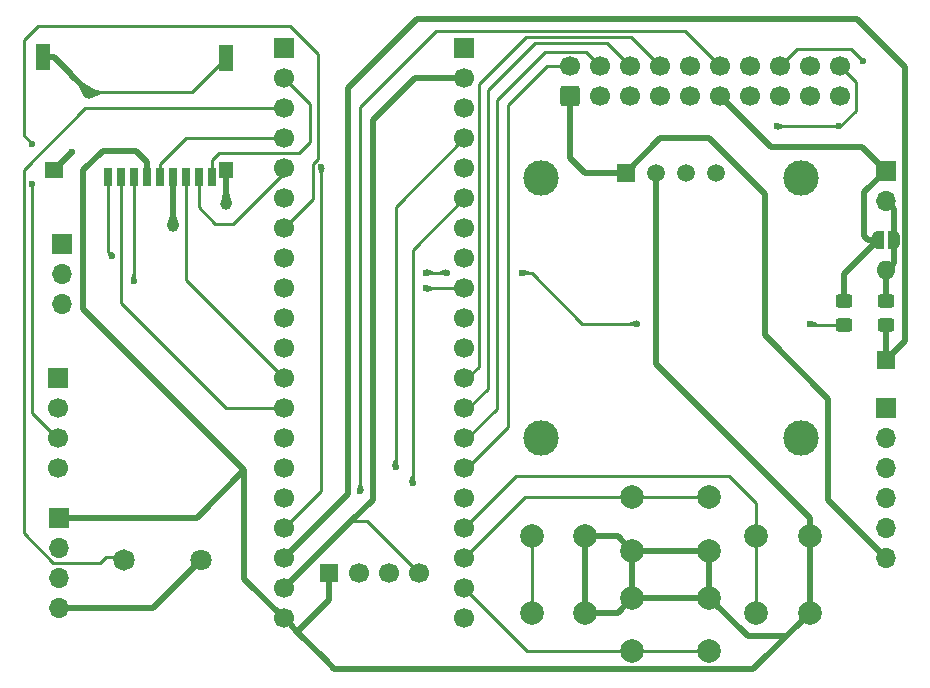
<source format=gbr>
%TF.GenerationSoftware,KiCad,Pcbnew,9.0.1*%
%TF.CreationDate,2025-05-19T08:35:17+02:00*%
%TF.ProjectId,sdiskII_stm32,73646973-6b49-4495-9f73-746d33322e6b,6*%
%TF.SameCoordinates,Original*%
%TF.FileFunction,Copper,L1,Top*%
%TF.FilePolarity,Positive*%
%FSLAX46Y46*%
G04 Gerber Fmt 4.6, Leading zero omitted, Abs format (unit mm)*
G04 Created by KiCad (PCBNEW 9.0.1) date 2025-05-19 08:35:17*
%MOMM*%
%LPD*%
G01*
G04 APERTURE LIST*
G04 Aperture macros list*
%AMRoundRect*
0 Rectangle with rounded corners*
0 $1 Rounding radius*
0 $2 $3 $4 $5 $6 $7 $8 $9 X,Y pos of 4 corners*
0 Add a 4 corners polygon primitive as box body*
4,1,4,$2,$3,$4,$5,$6,$7,$8,$9,$2,$3,0*
0 Add four circle primitives for the rounded corners*
1,1,$1+$1,$2,$3*
1,1,$1+$1,$4,$5*
1,1,$1+$1,$6,$7*
1,1,$1+$1,$8,$9*
0 Add four rect primitives between the rounded corners*
20,1,$1+$1,$2,$3,$4,$5,0*
20,1,$1+$1,$4,$5,$6,$7,0*
20,1,$1+$1,$6,$7,$8,$9,0*
20,1,$1+$1,$8,$9,$2,$3,0*%
%AMFreePoly0*
4,1,23,0.500000,-0.750000,0.000000,-0.750000,0.000000,-0.745722,-0.065263,-0.745722,-0.191342,-0.711940,-0.304381,-0.646677,-0.396677,-0.554381,-0.461940,-0.441342,-0.495722,-0.315263,-0.495722,-0.250000,-0.500000,-0.250000,-0.500000,0.250000,-0.495722,0.250000,-0.495722,0.315263,-0.461940,0.441342,-0.396677,0.554381,-0.304381,0.646677,-0.191342,0.711940,-0.065263,0.745722,0.000000,0.745722,
0.000000,0.750000,0.500000,0.750000,0.500000,-0.750000,0.500000,-0.750000,$1*%
%AMFreePoly1*
4,1,23,0.000000,0.745722,0.065263,0.745722,0.191342,0.711940,0.304381,0.646677,0.396677,0.554381,0.461940,0.441342,0.495722,0.315263,0.495722,0.250000,0.500000,0.250000,0.500000,-0.250000,0.495722,-0.250000,0.495722,-0.315263,0.461940,-0.441342,0.396677,-0.554381,0.304381,-0.646677,0.191342,-0.711940,0.065263,-0.745722,0.000000,-0.745722,0.000000,-0.750000,-0.500000,-0.750000,
-0.500000,0.750000,0.000000,0.750000,0.000000,0.745722,0.000000,0.745722,$1*%
G04 Aperture macros list end*
%TA.AperFunction,SMDPad,CuDef*%
%ADD10RoundRect,0.250000X0.450000X-0.325000X0.450000X0.325000X-0.450000X0.325000X-0.450000X-0.325000X0*%
%TD*%
%TA.AperFunction,ComponentPad*%
%ADD11C,1.700000*%
%TD*%
%TA.AperFunction,ComponentPad*%
%ADD12R,1.524000X1.524000*%
%TD*%
%TA.AperFunction,ComponentPad*%
%ADD13R,1.700000X1.700000*%
%TD*%
%TA.AperFunction,ComponentPad*%
%ADD14RoundRect,0.250000X0.600000X-0.600000X0.600000X0.600000X-0.600000X0.600000X-0.600000X-0.600000X0*%
%TD*%
%TA.AperFunction,ComponentPad*%
%ADD15R,1.600000X1.600000*%
%TD*%
%TA.AperFunction,ComponentPad*%
%ADD16O,1.600000X1.600000*%
%TD*%
%TA.AperFunction,ComponentPad*%
%ADD17O,1.700000X1.700000*%
%TD*%
%TA.AperFunction,ComponentPad*%
%ADD18C,2.000000*%
%TD*%
%TA.AperFunction,ComponentPad*%
%ADD19C,1.824000*%
%TD*%
%TA.AperFunction,ComponentPad*%
%ADD20C,1.800000*%
%TD*%
%TA.AperFunction,SMDPad,CuDef*%
%ADD21FreePoly0,180.000000*%
%TD*%
%TA.AperFunction,SMDPad,CuDef*%
%ADD22FreePoly1,180.000000*%
%TD*%
%TA.AperFunction,ComponentPad*%
%ADD23R,1.508000X1.508000*%
%TD*%
%TA.AperFunction,ComponentPad*%
%ADD24C,1.508000*%
%TD*%
%TA.AperFunction,ComponentPad*%
%ADD25C,3.000000*%
%TD*%
%TA.AperFunction,SMDPad,CuDef*%
%ADD26R,1.600000X1.400000*%
%TD*%
%TA.AperFunction,SMDPad,CuDef*%
%ADD27R,1.200000X2.200000*%
%TD*%
%TA.AperFunction,SMDPad,CuDef*%
%ADD28R,0.700000X1.600000*%
%TD*%
%TA.AperFunction,SMDPad,CuDef*%
%ADD29R,1.200000X1.400000*%
%TD*%
%TA.AperFunction,ViaPad*%
%ADD30C,0.600000*%
%TD*%
%TA.AperFunction,ViaPad*%
%ADD31C,1.000000*%
%TD*%
%TA.AperFunction,Conductor*%
%ADD32C,0.250000*%
%TD*%
%TA.AperFunction,Conductor*%
%ADD33C,0.500000*%
%TD*%
G04 APERTURE END LIST*
D10*
%TO.P,D3,1,K*%
%TO.N,A2PWR*%
X201470000Y-111830000D03*
%TO.P,D3,2,A*%
%TO.N,VCC*%
X201470000Y-109780000D03*
%TD*%
%TO.P,D2,1,K*%
%TO.N,PWR_IN*%
X205000000Y-111840000D03*
%TO.P,D2,2,A*%
%TO.N,PWR_RD*%
X205000000Y-109790000D03*
%TD*%
D11*
%TO.P,\u03BCC1,44,GND*%
%TO.N,GND*%
X165480000Y-132890000D03*
%TO.P,\u03BCC1,43,SCK*%
%TO.N,SCK*%
X162940000Y-132890000D03*
%TO.P,\u03BCC1,42,SDIO*%
%TO.N,SDIO*%
X160400000Y-132890000D03*
D12*
%TO.P,\u03BCC1,41,3.3V*%
%TO.N,+3.3V*%
X157860000Y-132890000D03*
D13*
%TO.P,\u03BCC1,40,5Vii*%
%TO.N,unconnected-(\u03BCC1-5Vii-Pad40)*%
X169290000Y-88440000D03*
D11*
%TO.P,\u03BCC1,39,GNDii*%
%TO.N,GND*%
X169290000Y-90980000D03*
%TO.P,\u03BCC1,38,3.3ii*%
%TO.N,unconnected-(\u03BCC1-3.3ii-Pad38)*%
X169290000Y-93520000D03*
%TO.P,\u03BCC1,37,B10*%
%TO.N,TIM2_CH3*%
X169290000Y-96060000D03*
%TO.P,\u03BCC1,36,B2*%
%TO.N,WR_PROTECT*%
X169290000Y-98600000D03*
%TO.P,\u03BCC1,35,B1*%
%TO.N,TIM3_CH4*%
X169290000Y-101140000D03*
%TO.P,\u03BCC1,34,B0*%
%TO.N,RD_DATA*%
X169290000Y-103680000D03*
%TO.P,\u03BCC1,33,A7*%
%TO.N,WR_DATA*%
X169290000Y-106220000D03*
%TO.P,\u03BCC1,32,A6*%
%TO.N,SDIO_CMD*%
X169290000Y-108760000D03*
%TO.P,\u03BCC1,31,A5*%
%TO.N,WR_DATA*%
X169290000Y-111300000D03*
%TO.P,\u03BCC1,30,A4*%
%TO.N,DEVICE_ENABLE*%
X169290000Y-113840000D03*
%TO.P,\u03BCC1,29,A3*%
%TO.N,STEP3*%
X169290000Y-116380000D03*
%TO.P,\u03BCC1,28,A2*%
%TO.N,STEP2*%
X169290000Y-118920000D03*
%TO.P,\u03BCC1,27,A1*%
%TO.N,STEP1*%
X169290000Y-121460000D03*
%TO.P,\u03BCC1,26,A0*%
%TO.N,STEP0*%
X169290000Y-124000000D03*
%TO.P,\u03BCC1,25,R*%
%TO.N,unconnected-(\u03BCC1-R-Pad25)*%
X169290000Y-126540000D03*
%TO.P,\u03BCC1,24,C15*%
%TO.N,BTN_ENTR*%
X169290000Y-129080000D03*
%TO.P,\u03BCC1,23,C14*%
%TO.N,BTN_UP*%
X169290000Y-131620000D03*
%TO.P,\u03BCC1,22,C13*%
%TO.N,BTN_DOWN*%
X169290000Y-134160000D03*
%TO.P,\u03BCC1,21,VB*%
%TO.N,unconnected-(\u03BCC1-VB-Pad21)*%
X169290000Y-136700000D03*
%TO.P,\u03BCC1,20,3.3i*%
%TO.N,+3.3V*%
X154050000Y-136700000D03*
%TO.P,\u03BCC1,19,GNDi*%
%TO.N,GND*%
X154050000Y-134160000D03*
%TO.P,\u03BCC1,18,5Vi*%
%TO.N,PWR_IN*%
X154050000Y-131620000D03*
%TO.P,\u03BCC1,17,B9*%
%TO.N,WR_REQ*%
X154050000Y-129080000D03*
%TO.P,\u03BCC1,16,B8*%
%TO.N,SELECT*%
X154050000Y-126540000D03*
%TO.P,\u03BCC1,15,B7*%
%TO.N,I2C_SDA*%
X154050000Y-124000000D03*
%TO.P,\u03BCC1,14,B6*%
%TO.N,I2C_SCL*%
X154050000Y-121460000D03*
%TO.P,\u03BCC1,13,B5*%
%TO.N,SDIO_D3*%
X154050000Y-118920000D03*
%TO.P,\u03BCC1,12,B4*%
%TO.N,SDIO_DO*%
X154050000Y-116380000D03*
%TO.P,\u03BCC1,11,B3*%
%TO.N,USART1_RX*%
X154050000Y-113840000D03*
%TO.P,\u03BCC1,10,A15*%
%TO.N,USART1_TX*%
X154050000Y-111300000D03*
%TO.P,\u03BCC1,9,A12*%
%TO.N,A2PWR*%
X154050000Y-108760000D03*
%TO.P,\u03BCC1,8,A11*%
%TO.N,3.5DSK*%
X154050000Y-106220000D03*
%TO.P,\u03BCC1,7,A10*%
%TO.N,DEBUG*%
X154050000Y-103680000D03*
%TO.P,\u03BCC1,6,A9*%
%TO.N,SDIO_D2*%
X154050000Y-101140000D03*
%TO.P,\u03BCC1,5,A8*%
%TO.N,SDIO_D1*%
X154050000Y-98600000D03*
%TO.P,\u03BCC1,4,B15*%
%TO.N,SDIO_CK*%
X154050000Y-96060000D03*
%TO.P,\u03BCC1,3,B14*%
%TO.N,TIM1_CH2N*%
X154050000Y-93520000D03*
%TO.P,\u03BCC1,2,B13*%
%TO.N,SD_EJECT*%
X154050000Y-90980000D03*
D13*
%TO.P,\u03BCC1,1,B12*%
%TO.N,BTN_RET*%
X154050000Y-88440000D03*
%TD*%
D14*
%TO.P,J2,1,Pin_1*%
%TO.N,GND*%
X178290000Y-92490000D03*
D11*
%TO.P,J2,2,Pin_2*%
%TO.N,STEP0*%
X178290000Y-89950000D03*
%TO.P,J2,3,Pin_3*%
%TO.N,GND*%
X180830000Y-92490000D03*
%TO.P,J2,4,Pin_4*%
%TO.N,STEP1*%
X180830000Y-89950000D03*
%TO.P,J2,5,Pin_5*%
%TO.N,GND*%
X183370000Y-92490000D03*
%TO.P,J2,6,Pin_6*%
%TO.N,STEP2*%
X183370000Y-89950000D03*
%TO.P,J2,7,Pin_7*%
%TO.N,3.5DSK_D*%
X185910000Y-92490000D03*
%TO.P,J2,8,Pin_8*%
%TO.N,STEP3*%
X185910000Y-89950000D03*
%TO.P,J2,9,Pin_9*%
%TO.N,unconnected-(J2-Pin_9-Pad9)*%
X188450000Y-92490000D03*
%TO.P,J2,10,Pin_10*%
%TO.N,WR_REQ*%
X188450000Y-89950000D03*
%TO.P,J2,11,Pin_11*%
%TO.N,VCC*%
X190990000Y-92490000D03*
%TO.P,J2,12,Pin_12*%
%TO.N,SELECT_D*%
X190990000Y-89950000D03*
%TO.P,J2,13,Pin_13*%
%TO.N,unconnected-(J2-Pin_13-Pad13)*%
X193530000Y-92490000D03*
%TO.P,J2,14,Pin_14*%
%TO.N,DEVICE_ENABLE*%
X193530000Y-89950000D03*
%TO.P,J2,15,Pin_15*%
%TO.N,unconnected-(J2-Pin_15-Pad15)*%
X196070000Y-92490000D03*
%TO.P,J2,16,Pin_16*%
%TO.N,RD_DATA*%
X196070000Y-89950000D03*
%TO.P,J2,17,Pin_17*%
%TO.N,unconnected-(J2-Pin_17-Pad17)*%
X198610000Y-92490000D03*
%TO.P,J2,18,Pin_18*%
%TO.N,WR_DATA*%
X198610000Y-89950000D03*
%TO.P,J2,19,Pin_19*%
%TO.N,unconnected-(J2-Pin_19-Pad19)*%
X201150000Y-92490000D03*
%TO.P,J2,20,Pin_20*%
%TO.N,WR_PROTECT*%
X201150000Y-89950000D03*
%TD*%
D15*
%TO.P,D1,1,K*%
%TO.N,PWR_IN*%
X205000000Y-114840000D03*
D16*
%TO.P,D1,2,A*%
%TO.N,PWR_RD*%
X205000000Y-107220000D03*
%TD*%
D13*
%TO.P,J5,1,Pin_1*%
%TO.N,TIM2_CH3*%
X134880000Y-116370000D03*
D11*
%TO.P,J5,2,Pin_2*%
%TO.N,TIM3_CH4*%
X134880000Y-118910000D03*
%TO.P,J5,3,Pin_3*%
%TO.N,DEBUG*%
X134880000Y-121450000D03*
%TO.P,J5,4,Pin_4*%
%TO.N,GND*%
X134880000Y-123990000D03*
%TD*%
D13*
%TO.P,J3,1,Pin_1*%
%TO.N,RD_DATA*%
X205030000Y-118910000D03*
D17*
%TO.P,J3,2,Pin_2*%
%TO.N,WR_REQ*%
X205030000Y-121450000D03*
%TO.P,J3,3,Pin_3*%
%TO.N,DEVICE_ENABLE*%
X205030000Y-123990000D03*
%TO.P,J3,4,Pin_4*%
%TO.N,WR_PROTECT*%
X205030000Y-126530000D03*
%TO.P,J3,5,Pin_5*%
%TO.N,WR_DATA*%
X205030000Y-129070000D03*
%TO.P,J3,6,Pin_6*%
%TO.N,GND*%
X205030000Y-131610000D03*
%TD*%
D18*
%TO.P,UP1,1,1*%
%TO.N,+3.3V*%
X190040000Y-130950000D03*
X183540000Y-130950000D03*
%TO.P,UP1,2,2*%
%TO.N,BTN_UP*%
X190040000Y-126450000D03*
X183540000Y-126450000D03*
%TD*%
D19*
%TO.P,BZ1,1,+*%
%TO.N,TIM1_CH2N*%
X140500000Y-131750000D03*
D20*
%TO.P,BZ1,2,-*%
%TO.N,GND*%
X147000000Y-131750000D03*
%TD*%
D13*
%TO.P,J4,1,Pin_1*%
%TO.N,USART1_TX*%
X135240000Y-104975000D03*
D17*
%TO.P,J4,2,Pin_2*%
%TO.N,USART1_RX*%
X135240000Y-107515000D03*
%TO.P,J4,3,Pin_3*%
%TO.N,GND*%
X135240000Y-110055000D03*
%TD*%
D21*
%TO.P,JP1,1,A*%
%TO.N,PWR_RD*%
X205650000Y-104680000D03*
D22*
%TO.P,JP1,2,B*%
%TO.N,VCC*%
X204350000Y-104680000D03*
%TD*%
D13*
%TO.P,J1,1,Pin_1*%
%TO.N,VCC*%
X205000000Y-98810000D03*
D17*
%TO.P,J1,2,Pin_2*%
%TO.N,PWR_RD*%
X205000000Y-101350000D03*
%TD*%
D18*
%TO.P,ENTR1,1,1*%
%TO.N,+3.3V*%
X198540000Y-129700000D03*
X198540000Y-136200000D03*
%TO.P,ENTR1,2,2*%
%TO.N,BTN_ENTR*%
X194040000Y-129700000D03*
X194040000Y-136200000D03*
%TD*%
D13*
%TO.P,J6,1,Pin_1*%
%TO.N,+3.3V*%
X135000000Y-128180000D03*
D17*
%TO.P,J6,2,Pin_2*%
%TO.N,SDIO*%
X135000000Y-130720000D03*
%TO.P,J6,3,Pin_3*%
%TO.N,SCK*%
X135000000Y-133260000D03*
%TO.P,J6,4,Pin_4*%
%TO.N,GND*%
X135000000Y-135800000D03*
%TD*%
D23*
%TO.P,U8,1,GND*%
%TO.N,GND*%
X182980000Y-98950000D03*
D24*
%TO.P,U8,2,VCC_IN*%
%TO.N,+3.3V*%
X185520000Y-98950000D03*
%TO.P,U8,3,SCL*%
%TO.N,I2C_SCL*%
X188060000Y-98950000D03*
%TO.P,U8,4,SDA*%
%TO.N,I2C_SDA*%
X190600000Y-98950000D03*
D25*
%TO.P,U8,S1*%
%TO.N,N/C*%
X175790000Y-99450000D03*
%TO.P,U8,S2*%
X197790000Y-99450000D03*
%TO.P,U8,S3*%
X197790000Y-121450000D03*
%TO.P,U8,S4*%
X175790000Y-121450000D03*
%TD*%
D26*
%TO.P,U2,*%
%TO.N,*%
X134540000Y-98750000D03*
D27*
X149140000Y-89250000D03*
D28*
%TO.P,U2,1,D2*%
%TO.N,SDIO_D2*%
X139140000Y-99350000D03*
%TO.P,U2,2,D3*%
%TO.N,SDIO_D3*%
X140240000Y-99350000D03*
%TO.P,U2,3,CMD*%
%TO.N,SDIO_CMD*%
X141340000Y-99350000D03*
%TO.P,U2,4,VDD*%
%TO.N,+3.3V*%
X142440000Y-99350000D03*
%TO.P,U2,5,SCLK*%
%TO.N,SDIO_CK*%
X143540000Y-99350000D03*
%TO.P,U2,6,GND*%
%TO.N,GND*%
X144640000Y-99350000D03*
%TO.P,U2,7,DO*%
%TO.N,SDIO_DO*%
X145740000Y-99350000D03*
%TO.P,U2,8,D1*%
%TO.N,SDIO_D1*%
X146840000Y-99350000D03*
%TO.P,U2,9,CD*%
%TO.N,SD_EJECT*%
X147940000Y-99350000D03*
D29*
%TO.P,U2,10,GND*%
%TO.N,GND*%
X149140000Y-98750000D03*
D27*
%TO.P,U2,~*%
%TO.N,N/C*%
X133640000Y-89150000D03*
%TD*%
D18*
%TO.P,RET1,1,1*%
%TO.N,+3.3V*%
X179540000Y-129700000D03*
X179540000Y-136200000D03*
%TO.P,RET1,2,2*%
%TO.N,BTN_RET*%
X175040000Y-129700000D03*
X175040000Y-136200000D03*
%TD*%
%TO.P,DOWN1,1,1*%
%TO.N,+3.3V*%
X183540000Y-134950000D03*
X190040000Y-134950000D03*
%TO.P,DOWN1,2,2*%
%TO.N,BTN_DOWN*%
X183540000Y-139450000D03*
X190040000Y-139450000D03*
%TD*%
D30*
%TO.N,A2PWR*%
X198600000Y-111730000D03*
X183970000Y-111730000D03*
X174174000Y-107446000D03*
X167840000Y-107440000D03*
X166040000Y-107440000D03*
D31*
%TO.N,GND*%
X149170000Y-101600000D03*
D30*
X136090000Y-97200000D03*
D31*
X144640000Y-103500000D03*
X137540000Y-92250000D03*
D30*
%TO.N,WR_REQ*%
X157190000Y-98500000D03*
%TO.N,WR_PROTECT*%
X201000000Y-95025000D03*
X195750000Y-95025000D03*
%TO.N,RD_DATA*%
X203050000Y-89500000D03*
%TO.N,SDIO_CMD*%
X141340000Y-108100000D03*
X166040000Y-108760000D03*
%TO.N,SDIO_D2*%
X139490000Y-106050000D03*
%TO.N,DEBUG*%
X132750000Y-99900000D03*
X132750000Y-96500000D03*
%TO.N,TIM3_CH4*%
X164940000Y-125250000D03*
%TO.N,SELECT_D*%
X160500000Y-125925000D03*
%TO.N,TIM2_CH3*%
X163490000Y-123900000D03*
%TD*%
D32*
%TO.N,A2PWR*%
X198700000Y-111830000D02*
X201470000Y-111830000D01*
X198600000Y-111730000D02*
X198700000Y-111830000D01*
X174174000Y-107446000D02*
X175026000Y-107446000D01*
X179310000Y-111730000D02*
X183970000Y-111730000D01*
X175026000Y-107446000D02*
X179310000Y-111730000D01*
X167840000Y-107440000D02*
X166040000Y-107440000D01*
D33*
%TO.N,VCC*%
X204350000Y-104680000D02*
X201470000Y-107560000D01*
X201470000Y-107560000D02*
X201470000Y-109780000D01*
%TO.N,GND*%
X190020000Y-96020000D02*
X194730000Y-100730000D01*
X185910000Y-96020000D02*
X190020000Y-96020000D01*
X194730000Y-100730000D02*
X194730000Y-112730000D01*
X194730000Y-112730000D02*
X200090000Y-118090000D01*
X182980000Y-98950000D02*
X185910000Y-96020000D01*
X200090000Y-118090000D02*
X200090000Y-126670000D01*
X200090000Y-126670000D02*
X205030000Y-131610000D01*
X149170000Y-101600000D02*
X149170000Y-98780000D01*
X149170000Y-98780000D02*
X149140000Y-98750000D01*
%TO.N,PWR_IN*%
X205000000Y-114840000D02*
X205000000Y-111840000D01*
%TO.N,GND*%
X165126341Y-90960000D02*
X169270000Y-90960000D01*
X161540000Y-126670000D02*
X161540000Y-94526341D01*
X159725000Y-128485000D02*
X161540000Y-126670000D01*
X161540000Y-94526341D02*
X165116341Y-90950000D01*
X169270000Y-90960000D02*
X169290000Y-90980000D01*
X165116341Y-90950000D02*
X165126341Y-90960000D01*
%TO.N,PWR_RD*%
X205000000Y-107220000D02*
X205000000Y-109630000D01*
%TO.N,GND*%
X178300000Y-97100000D02*
X178290000Y-97090000D01*
D32*
X161075000Y-128485000D02*
X159725000Y-128485000D01*
D33*
X136040000Y-90650000D02*
X136040000Y-90640000D01*
D32*
X137540000Y-92250000D02*
X137540000Y-92150000D01*
D33*
X179550000Y-98950000D02*
X178300000Y-97700000D01*
X159725000Y-128485000D02*
X154050000Y-134160000D01*
X182980000Y-98950000D02*
X179550000Y-98950000D01*
D32*
X146240000Y-92150000D02*
X149140000Y-89250000D01*
D33*
X178300000Y-97700000D02*
X178300000Y-97100000D01*
X178290000Y-97090000D02*
X178290000Y-92490000D01*
X136090000Y-97200000D02*
X134540000Y-98750000D01*
D32*
X137540000Y-92150000D02*
X146240000Y-92150000D01*
X165480000Y-132890000D02*
X161075000Y-128485000D01*
D33*
X168659000Y-90980000D02*
X168659000Y-90950000D01*
X137540000Y-92150000D02*
X136040000Y-90650000D01*
X144640000Y-103500000D02*
X144640000Y-99583884D01*
X135240000Y-135800000D02*
X142950000Y-135800000D01*
X134550000Y-89150000D02*
X133640000Y-89150000D01*
X142950000Y-135800000D02*
X147000000Y-131750000D01*
X136040000Y-90640000D02*
X134550000Y-89150000D01*
%TO.N,VCC*%
X203530000Y-104680000D02*
X204350000Y-104680000D01*
X202940000Y-96750000D02*
X205000000Y-98810000D01*
X205000000Y-98650000D02*
X204840000Y-98810000D01*
X205000000Y-98810000D02*
X203190000Y-100620000D01*
X203190000Y-104340000D02*
X203530000Y-104680000D01*
X203190000Y-100620000D02*
X203190000Y-104340000D01*
X195250000Y-96750000D02*
X202940000Y-96750000D01*
X190990000Y-92490000D02*
X195250000Y-96750000D01*
D32*
%TO.N,STEP2*%
X175290000Y-87950000D02*
X175040000Y-88200000D01*
X171290000Y-117250000D02*
X169620000Y-118920000D01*
X181370000Y-87950000D02*
X175290000Y-87950000D01*
X175040000Y-88200000D02*
X171290000Y-91950000D01*
X171290000Y-91950000D02*
X171290000Y-117250000D01*
X183370000Y-89950000D02*
X181370000Y-87950000D01*
%TO.N,WR_REQ*%
X157190000Y-125940000D02*
X154050000Y-129080000D01*
X157190000Y-98500000D02*
X157190000Y-125940000D01*
%TO.N,STEP3*%
X170540000Y-91450000D02*
X170540000Y-115415000D01*
X183410000Y-87450000D02*
X174540000Y-87450000D01*
X170540000Y-115415000D02*
X169575000Y-116380000D01*
X174540000Y-87450000D02*
X170540000Y-91450000D01*
X185910000Y-89950000D02*
X183410000Y-87450000D01*
%TO.N,STEP0*%
X173040000Y-93200000D02*
X173040000Y-120500000D01*
X176290000Y-89950000D02*
X173040000Y-93200000D01*
X173040000Y-120500000D02*
X169540000Y-124000000D01*
X178290000Y-89950000D02*
X176290000Y-89950000D01*
%TO.N,STEP1*%
X176165000Y-88700000D02*
X175865000Y-89000000D01*
X175865000Y-89000000D02*
X172040000Y-92825000D01*
X172040000Y-92825000D02*
X172040000Y-119000000D01*
X179580000Y-88700000D02*
X176165000Y-88700000D01*
X180830000Y-89950000D02*
X179580000Y-88700000D01*
X172040000Y-119000000D02*
X169580000Y-121460000D01*
%TO.N,WR_PROTECT*%
X202440000Y-93700000D02*
X202440000Y-91240000D01*
X202440000Y-91240000D02*
X201150000Y-89950000D01*
X201115000Y-95025000D02*
X202440000Y-93700000D01*
X195750000Y-95025000D02*
X201000000Y-95025000D01*
X201000000Y-95025000D02*
X201115000Y-95025000D01*
%TO.N,BTN_DOWN*%
X183540000Y-139450000D02*
X190040000Y-139450000D01*
X174580000Y-139450000D02*
X169290000Y-134160000D01*
X183540000Y-139450000D02*
X174580000Y-139450000D01*
%TO.N,BTN_ENTR*%
X191740213Y-124650213D02*
X173719787Y-124650213D01*
X173719787Y-124650213D02*
X169290000Y-129080000D01*
X194040000Y-126950000D02*
X191740213Y-124650213D01*
X194040000Y-129700000D02*
X194040000Y-136200000D01*
X194040000Y-129700000D02*
X194040000Y-126950000D01*
%TO.N,BTN_RET*%
X175040000Y-136200000D02*
X175040000Y-129700000D01*
%TO.N,BTN_UP*%
X190040000Y-126450000D02*
X183540000Y-126450000D01*
X183540000Y-126450000D02*
X174460000Y-126450000D01*
X174460000Y-126450000D02*
X169290000Y-131620000D01*
D33*
%TO.N,+3.3V*%
X190040000Y-134950000D02*
X190040000Y-130950000D01*
X183540000Y-130950000D02*
X182290000Y-129700000D01*
X185520000Y-115180000D02*
X198540000Y-128200000D01*
X150690000Y-124150000D02*
X137040000Y-110500000D01*
X190040000Y-130950000D02*
X183540000Y-130950000D01*
X137040000Y-110500000D02*
X137040000Y-98760000D01*
X138700000Y-97100000D02*
X141490000Y-97100000D01*
X157860000Y-132890000D02*
X157860000Y-135130000D01*
X155170000Y-137820000D02*
X154602250Y-137252250D01*
X185520000Y-98950000D02*
X185520000Y-115180000D01*
X137040000Y-98760000D02*
X138700000Y-97100000D01*
X142440000Y-98050000D02*
X142440000Y-99350000D01*
X198540000Y-136200000D02*
X193790000Y-140950000D01*
X157860000Y-135130000D02*
X155170000Y-137820000D01*
X183540000Y-134950000D02*
X190040000Y-134950000D01*
X179540000Y-136200000D02*
X179540000Y-129700000D01*
X157590000Y-140240000D02*
X155170000Y-137820000D01*
X135190000Y-128180000D02*
X146660000Y-128180000D01*
X196540000Y-138200000D02*
X193290000Y-138200000D01*
X198540000Y-129700000D02*
X198540000Y-136200000D01*
X182290000Y-136200000D02*
X183540000Y-134950000D01*
X179540000Y-136200000D02*
X182290000Y-136200000D01*
X158300000Y-140950000D02*
X157590000Y-140240000D01*
X146660000Y-128180000D02*
X150690000Y-124150000D01*
X141490000Y-97100000D02*
X142440000Y-98050000D01*
X150690000Y-133340000D02*
X154050000Y-136700000D01*
X182290000Y-129700000D02*
X179540000Y-129700000D01*
X150690000Y-124150000D02*
X150690000Y-133340000D01*
X193790000Y-140950000D02*
X158300000Y-140950000D01*
X193290000Y-138200000D02*
X190040000Y-134950000D01*
X198540000Y-128200000D02*
X198540000Y-129700000D01*
X183540000Y-134950000D02*
X183540000Y-130950000D01*
D32*
%TO.N,RD_DATA*%
X202050000Y-88500000D02*
X197520000Y-88500000D01*
X203050000Y-89500000D02*
X202050000Y-88500000D01*
X197520000Y-88500000D02*
X196070000Y-89950000D01*
%TO.N,SDIO_DO*%
X154050000Y-116380000D02*
X145740000Y-108070000D01*
X145740000Y-108070000D02*
X145740000Y-99350000D01*
%TO.N,SD_EJECT*%
X148515000Y-97285000D02*
X147940000Y-97860000D01*
X148515000Y-97285000D02*
X155305000Y-97285000D01*
X147940000Y-97860000D02*
X147940000Y-99350000D01*
X156240000Y-93170000D02*
X154050000Y-90980000D01*
X156240000Y-96350000D02*
X156240000Y-93170000D01*
X155305000Y-97285000D02*
X156240000Y-96350000D01*
%TO.N,SDIO_CK*%
X143540000Y-98260000D02*
X145740000Y-96060000D01*
X143540000Y-98260000D02*
X143540000Y-99350000D01*
X145740000Y-96060000D02*
X154050000Y-96060000D01*
%TO.N,SDIO_D1*%
X148240000Y-103300000D02*
X146840000Y-101900000D01*
X146840000Y-101900000D02*
X146840000Y-99350000D01*
X154050000Y-98990000D02*
X149740000Y-103300000D01*
X149740000Y-103300000D02*
X148240000Y-103300000D01*
X154050000Y-98600000D02*
X154050000Y-98990000D01*
D33*
%TO.N,PWR_IN*%
X165290000Y-85950000D02*
X202540000Y-85950000D01*
X154050000Y-131620000D02*
X154050000Y-131590000D01*
X159450000Y-126190000D02*
X159450000Y-91790000D01*
X206656000Y-113184000D02*
X205000000Y-114840000D01*
X159450000Y-91790000D02*
X165290000Y-85950000D01*
X154050000Y-131590000D02*
X159450000Y-126190000D01*
X206656000Y-100126000D02*
X206656000Y-113184000D01*
X206640000Y-90050000D02*
X206640000Y-100110000D01*
X206640000Y-100110000D02*
X206656000Y-100126000D01*
X202540000Y-85950000D02*
X206640000Y-90050000D01*
D32*
%TO.N,SDIO_CMD*%
X141340000Y-108100000D02*
X141340000Y-99350000D01*
X169290000Y-108760000D02*
X166040000Y-108760000D01*
%TO.N,SDIO_D2*%
X139490000Y-106050000D02*
X139140000Y-105700000D01*
X139140000Y-105700000D02*
X139140000Y-99350000D01*
%TO.N,SDIO_D3*%
X140240000Y-110000000D02*
X140240000Y-99350000D01*
X154050000Y-118920000D02*
X149160000Y-118920000D01*
X149160000Y-118920000D02*
X140240000Y-110000000D01*
%TO.N,DEBUG*%
X133250000Y-86500000D02*
X132000000Y-87750000D01*
X154050000Y-103680000D02*
X156515000Y-101215000D01*
X156910405Y-97825000D02*
X156910405Y-88884288D01*
X132750000Y-99900000D02*
X132750000Y-119330000D01*
X156910405Y-88884288D02*
X154526117Y-86500000D01*
X132000000Y-87750000D02*
X132000000Y-95750000D01*
X156515000Y-101215000D02*
X156515000Y-98220405D01*
X154526117Y-86500000D02*
X133250000Y-86500000D01*
X156515000Y-98220405D02*
X156910405Y-97825000D01*
X132000000Y-95750000D02*
X132750000Y-96500000D01*
X132750000Y-119330000D02*
X135000000Y-121580000D01*
%TO.N,TIM3_CH4*%
X164940000Y-105490000D02*
X164940000Y-125250000D01*
X169290000Y-101140000D02*
X164940000Y-105490000D01*
%TO.N,SELECT_D*%
X160500000Y-93400000D02*
X166950000Y-86950000D01*
X160500000Y-125925000D02*
X160500000Y-93400000D01*
X166950000Y-86950000D02*
X187990000Y-86950000D01*
X160500000Y-125925000D02*
X160375000Y-125800000D01*
%TO.N,TIM1_CH2N*%
X132000000Y-129500000D02*
X134500000Y-132000000D01*
X139000000Y-131500000D02*
X140500000Y-131500000D01*
X154050000Y-93520000D02*
X137230000Y-93520000D01*
X138500000Y-132000000D02*
X139000000Y-131500000D01*
X137230000Y-93520000D02*
X132000000Y-98750000D01*
X134500000Y-132000000D02*
X138500000Y-132000000D01*
X132000000Y-98750000D02*
X132000000Y-129500000D01*
%TO.N,TIM2_CH3*%
X163490000Y-101860000D02*
X163490000Y-123900000D01*
X169290000Y-96060000D02*
X163490000Y-101860000D01*
D33*
%TO.N,PWR_RD*%
X205650000Y-104680000D02*
X205650000Y-102000000D01*
X205400000Y-101350000D02*
X204840000Y-101350000D01*
X205650000Y-102000000D02*
X205000000Y-101350000D01*
X205650000Y-104680000D02*
X205650000Y-106570000D01*
X205650000Y-106570000D02*
X205000000Y-107220000D01*
D32*
%TO.N,SELECT_D*%
X187990000Y-86950000D02*
X190990000Y-89950000D01*
%TD*%
%TA.AperFunction,Conductor*%
%TO.N,GND*%
G36*
X144889306Y-102513034D02*
G01*
X144892331Y-102518265D01*
X145127147Y-103390401D01*
X145125989Y-103399281D01*
X145118891Y-103404741D01*
X145118154Y-103404914D01*
X144642305Y-103500536D01*
X144637695Y-103500536D01*
X144161845Y-103404914D01*
X144154409Y-103399924D01*
X144152679Y-103391138D01*
X144152852Y-103390401D01*
X144387669Y-102518265D01*
X144393129Y-102511167D01*
X144398967Y-102509607D01*
X144881033Y-102509607D01*
X144889306Y-102513034D01*
G37*
%TD.AperFunction*%
%TD*%
%TA.AperFunction,Conductor*%
%TO.N,WR_REQ*%
G36*
X157471479Y-98555946D02*
G01*
X157478907Y-98560945D01*
X157480626Y-98569733D01*
X157480315Y-98570937D01*
X157317583Y-99086060D01*
X157311823Y-99092917D01*
X157306426Y-99094236D01*
X157073574Y-99094236D01*
X157065301Y-99090809D01*
X157062417Y-99086060D01*
X156899684Y-98570937D01*
X156900460Y-98562016D01*
X156907317Y-98556256D01*
X156908500Y-98555950D01*
X157187682Y-98499469D01*
X157192318Y-98499469D01*
X157471479Y-98555946D01*
G37*
%TD.AperFunction*%
%TD*%
%TA.AperFunction,Conductor*%
%TO.N,WR_PROTECT*%
G36*
X195820929Y-94734681D02*
G01*
X196336060Y-94897417D01*
X196342917Y-94903177D01*
X196344236Y-94908574D01*
X196344236Y-95141425D01*
X196340809Y-95149698D01*
X196336060Y-95152582D01*
X195820937Y-95315315D01*
X195812016Y-95314539D01*
X195806256Y-95307682D01*
X195805949Y-95306494D01*
X195749469Y-95027318D01*
X195749469Y-95022680D01*
X195772554Y-94908574D01*
X195805946Y-94743518D01*
X195810945Y-94736092D01*
X195819733Y-94734373D01*
X195820929Y-94734681D01*
G37*
%TD.AperFunction*%
%TD*%
%TA.AperFunction,Conductor*%
%TO.N,SDIO_CMD*%
G36*
X141464699Y-107509191D02*
G01*
X141467583Y-107513940D01*
X141630315Y-108029062D01*
X141629539Y-108037983D01*
X141622682Y-108043743D01*
X141621478Y-108044054D01*
X141342320Y-108100530D01*
X141337680Y-108100530D01*
X141104553Y-108053366D01*
X141058520Y-108044053D01*
X141051092Y-108039054D01*
X141049373Y-108030266D01*
X141049680Y-108029075D01*
X141212417Y-107513939D01*
X141218177Y-107507083D01*
X141223574Y-107505764D01*
X141456426Y-107505764D01*
X141464699Y-107509191D01*
G37*
%TD.AperFunction*%
%TD*%
%TA.AperFunction,Conductor*%
%TO.N,SDIO_CMD*%
G36*
X166110929Y-108469681D02*
G01*
X166626060Y-108632417D01*
X166632917Y-108638177D01*
X166634236Y-108643574D01*
X166634236Y-108876425D01*
X166630809Y-108884698D01*
X166626060Y-108887582D01*
X166110937Y-109050315D01*
X166102016Y-109049539D01*
X166096256Y-109042682D01*
X166095949Y-109041494D01*
X166039469Y-108762318D01*
X166039469Y-108757680D01*
X166062554Y-108643574D01*
X166095946Y-108478518D01*
X166100945Y-108471092D01*
X166109733Y-108469373D01*
X166110929Y-108469681D01*
G37*
%TD.AperFunction*%
%TD*%
%TA.AperFunction,Conductor*%
%TO.N,SDIO_D2*%
G36*
X139267505Y-105602017D02*
G01*
X139644970Y-105794589D01*
X139650782Y-105801401D01*
X139650075Y-105810328D01*
X139649393Y-105811493D01*
X139492704Y-106046935D01*
X139485268Y-106051924D01*
X139485209Y-106051936D01*
X139205651Y-106106593D01*
X139196874Y-106104817D01*
X139192385Y-106099035D01*
X139020562Y-105616363D01*
X139021015Y-105607419D01*
X139027660Y-105601417D01*
X139031584Y-105600739D01*
X139262188Y-105600739D01*
X139267505Y-105602017D01*
G37*
%TD.AperFunction*%
%TD*%
%TA.AperFunction,Conductor*%
%TO.N,TIM3_CH4*%
G36*
X165064699Y-124659191D02*
G01*
X165067583Y-124663940D01*
X165230315Y-125179062D01*
X165229539Y-125187983D01*
X165222682Y-125193743D01*
X165221478Y-125194054D01*
X164942320Y-125250530D01*
X164937680Y-125250530D01*
X164704553Y-125203366D01*
X164658520Y-125194053D01*
X164651092Y-125189054D01*
X164649373Y-125180266D01*
X164649680Y-125179075D01*
X164812417Y-124663939D01*
X164818177Y-124657083D01*
X164823574Y-124655764D01*
X165056426Y-124655764D01*
X165064699Y-124659191D01*
G37*
%TD.AperFunction*%
%TD*%
%TA.AperFunction,Conductor*%
%TO.N,SELECT_D*%
G36*
X160624699Y-125334191D02*
G01*
X160627583Y-125338940D01*
X160790315Y-125854062D01*
X160789539Y-125862983D01*
X160782682Y-125868743D01*
X160781478Y-125869054D01*
X160502320Y-125925530D01*
X160497680Y-125925530D01*
X160264553Y-125878366D01*
X160218520Y-125869053D01*
X160211092Y-125864054D01*
X160209373Y-125855266D01*
X160209680Y-125854075D01*
X160372417Y-125338939D01*
X160378177Y-125332083D01*
X160383574Y-125330764D01*
X160616426Y-125330764D01*
X160624699Y-125334191D01*
G37*
%TD.AperFunction*%
%TD*%
%TA.AperFunction,Conductor*%
%TO.N,TIM2_CH3*%
G36*
X163614699Y-123309191D02*
G01*
X163617583Y-123313940D01*
X163780315Y-123829062D01*
X163779539Y-123837983D01*
X163772682Y-123843743D01*
X163771478Y-123844054D01*
X163492320Y-123900530D01*
X163487680Y-123900530D01*
X163254553Y-123853366D01*
X163208520Y-123844053D01*
X163201092Y-123839054D01*
X163199373Y-123830266D01*
X163199680Y-123829075D01*
X163362417Y-123313939D01*
X163368177Y-123307083D01*
X163373574Y-123305764D01*
X163606426Y-123305764D01*
X163614699Y-123309191D01*
G37*
%TD.AperFunction*%
%TD*%
%TA.AperFunction,Conductor*%
%TO.N,GND*%
G36*
X149419306Y-100613034D02*
G01*
X149422331Y-100618265D01*
X149657147Y-101490401D01*
X149655989Y-101499281D01*
X149648891Y-101504741D01*
X149648154Y-101504914D01*
X149172305Y-101600536D01*
X149167695Y-101600536D01*
X148691845Y-101504914D01*
X148684409Y-101499924D01*
X148682679Y-101491138D01*
X148682852Y-101490401D01*
X148917669Y-100618265D01*
X148923129Y-100611167D01*
X148928967Y-100609607D01*
X149411033Y-100609607D01*
X149419306Y-100613034D01*
G37*
%TD.AperFunction*%
%TD*%
%TA.AperFunction,Conductor*%
%TO.N,A2PWR*%
G36*
X198776038Y-111485682D02*
G01*
X199170971Y-111701671D01*
X199176585Y-111708647D01*
X199177057Y-111711936D01*
X199177057Y-111944758D01*
X199173630Y-111953031D01*
X199166905Y-111956355D01*
X198669373Y-112022787D01*
X198660720Y-112020485D01*
X198656357Y-112013510D01*
X198599969Y-111734789D01*
X198601688Y-111726001D01*
X198760715Y-111489419D01*
X198768173Y-111484466D01*
X198776038Y-111485682D01*
G37*
%TD.AperFunction*%
%TD*%
%TA.AperFunction,Conductor*%
%TO.N,A2PWR*%
G36*
X183907983Y-111440460D02*
G01*
X183913743Y-111447317D01*
X183914054Y-111448521D01*
X183970530Y-111727680D01*
X183970530Y-111732320D01*
X183914054Y-112011478D01*
X183909054Y-112018907D01*
X183900266Y-112020626D01*
X183899062Y-112020315D01*
X183383940Y-111857582D01*
X183377083Y-111851822D01*
X183375764Y-111846425D01*
X183375764Y-111613574D01*
X183379191Y-111605301D01*
X183383940Y-111602417D01*
X183899063Y-111439684D01*
X183907983Y-111440460D01*
G37*
%TD.AperFunction*%
%TD*%
%TA.AperFunction,Conductor*%
%TO.N,A2PWR*%
G36*
X174244929Y-107155681D02*
G01*
X174760060Y-107318417D01*
X174766917Y-107324177D01*
X174768236Y-107329574D01*
X174768236Y-107562425D01*
X174764809Y-107570698D01*
X174760060Y-107573582D01*
X174244937Y-107736315D01*
X174236016Y-107735539D01*
X174230256Y-107728682D01*
X174229949Y-107727494D01*
X174173469Y-107448318D01*
X174173469Y-107443680D01*
X174196554Y-107329574D01*
X174229946Y-107164518D01*
X174234945Y-107157092D01*
X174243733Y-107155373D01*
X174244929Y-107155681D01*
G37*
%TD.AperFunction*%
%TD*%
%TA.AperFunction,Conductor*%
%TO.N,A2PWR*%
G36*
X166110929Y-107149681D02*
G01*
X166626060Y-107312417D01*
X166632917Y-107318177D01*
X166634236Y-107323574D01*
X166634236Y-107556425D01*
X166630809Y-107564698D01*
X166626060Y-107567582D01*
X166110937Y-107730315D01*
X166102016Y-107729539D01*
X166096256Y-107722682D01*
X166095949Y-107721494D01*
X166039469Y-107442318D01*
X166039469Y-107437680D01*
X166062554Y-107323574D01*
X166095946Y-107158518D01*
X166100945Y-107151092D01*
X166109733Y-107149373D01*
X166110929Y-107149681D01*
G37*
%TD.AperFunction*%
%TD*%
%TA.AperFunction,Conductor*%
%TO.N,A2PWR*%
G36*
X167777983Y-107150460D02*
G01*
X167783743Y-107157317D01*
X167784054Y-107158521D01*
X167840530Y-107437680D01*
X167840530Y-107442320D01*
X167784054Y-107721478D01*
X167779054Y-107728907D01*
X167770266Y-107730626D01*
X167769062Y-107730315D01*
X167253940Y-107567582D01*
X167247083Y-107561822D01*
X167245764Y-107556425D01*
X167245764Y-107323574D01*
X167249191Y-107315301D01*
X167253940Y-107312417D01*
X167769063Y-107149684D01*
X167777983Y-107150460D01*
G37*
%TD.AperFunction*%
%TD*%
%TA.AperFunction,Conductor*%
%TO.N,GND*%
G36*
X135849227Y-97039080D02*
G01*
X136088734Y-97197984D01*
X136092015Y-97201265D01*
X136250919Y-97440772D01*
X136252638Y-97449560D01*
X136248734Y-97456166D01*
X135854807Y-97789998D01*
X135846280Y-97792732D01*
X135838970Y-97789345D01*
X135500654Y-97451029D01*
X135497227Y-97442756D01*
X135500001Y-97435192D01*
X135699913Y-97199293D01*
X135833834Y-97041264D01*
X135841796Y-97037169D01*
X135849227Y-97039080D01*
G37*
%TD.AperFunction*%
%TD*%
%TA.AperFunction,Conductor*%
%TO.N,GND*%
G36*
X137649823Y-91763260D02*
G01*
X138521013Y-92022511D01*
X138527965Y-92028155D01*
X138529376Y-92033725D01*
X138529376Y-92268076D01*
X138525949Y-92276349D01*
X138523307Y-92278332D01*
X137827169Y-92660581D01*
X137818268Y-92661559D01*
X137811821Y-92656841D01*
X137556669Y-92276349D01*
X137541712Y-92254045D01*
X137539951Y-92245267D01*
X137635020Y-91772170D01*
X137640010Y-91764735D01*
X137648796Y-91763005D01*
X137649823Y-91763260D01*
G37*
%TD.AperFunction*%
%TD*%
%TA.AperFunction,Conductor*%
%TO.N,GND*%
G36*
X137074469Y-91328358D02*
G01*
X137808213Y-91827750D01*
X137813124Y-91835238D01*
X137811371Y-91843903D01*
X137542009Y-92248749D01*
X137538749Y-92252009D01*
X137135440Y-92520349D01*
X137126654Y-92522079D01*
X137119218Y-92517089D01*
X137118427Y-92515704D01*
X136716525Y-91683947D01*
X136716012Y-91675008D01*
X136718786Y-91670587D01*
X137059616Y-91329757D01*
X137067888Y-91326331D01*
X137074469Y-91328358D01*
G37*
%TD.AperFunction*%
%TD*%
M02*

</source>
